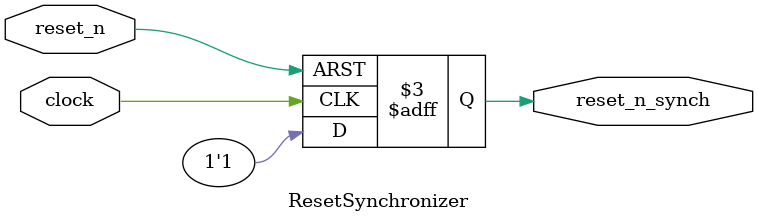
<source format=sv>

module ResetSynchronizer 
(
    input  logic reset_n,       //  Active low asynchronous reset.
    input  logic clock,         //  System's clock.

    output logic reset_n_synch  //  The Synchronized Reset-deassertion.
);

//  The Synchronizer logic
always_ff @(posedge clock or negedge reset_n) begin
    if(!reset_n)
    begin
        reset_n_synch  <= 1'b0;
    end
    else 
    begin
        reset_n_synch  <= 1'b1;
    end
end

endmodule

</source>
